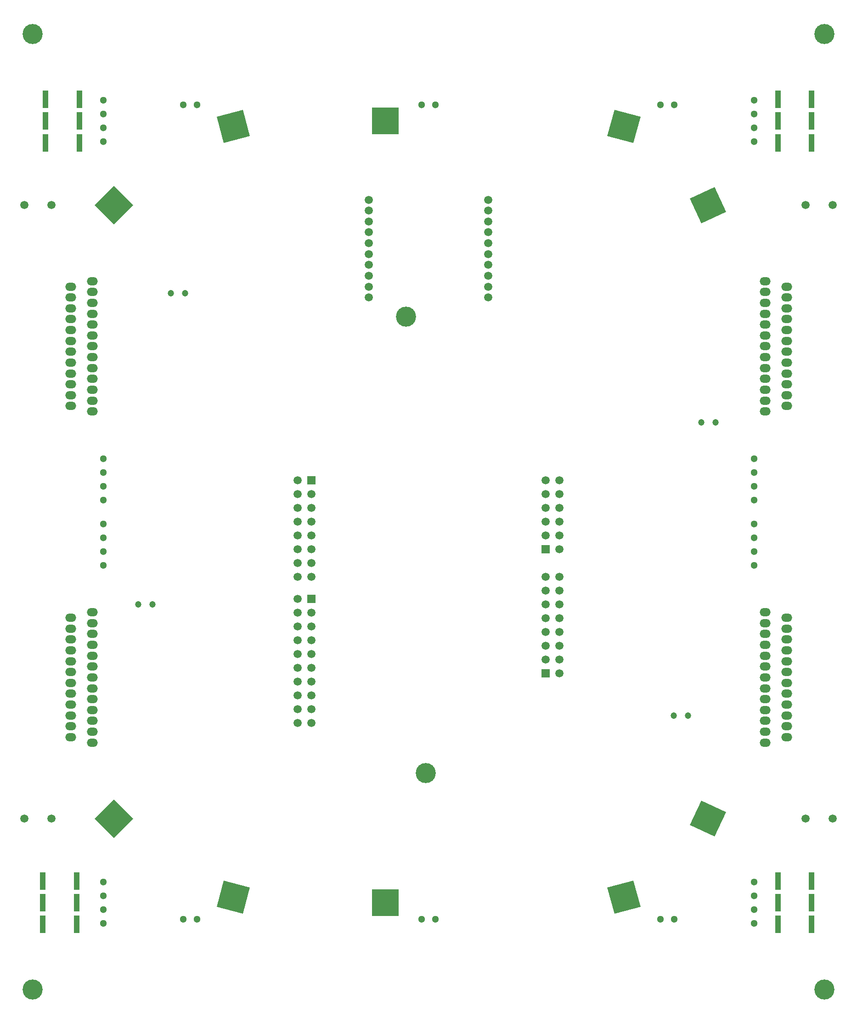
<source format=gbs>
G04 (created by PCBNEW (2013-07-07 BZR 4022)-stable) date 8/26/2014 20:30:28*
%MOIN*%
G04 Gerber Fmt 3.4, Leading zero omitted, Abs format*
%FSLAX34Y34*%
G01*
G70*
G90*
G04 APERTURE LIST*
%ADD10C,0.00590551*%
%ADD11R,0.0393701X0.125984*%
%ADD12C,0.0590551*%
%ADD13O,0.0787402X0.0590551*%
%ADD14R,0.19685X0.19685*%
%ADD15R,0.0590551X0.0590551*%
%ADD16C,0.0472441*%
%ADD17C,0.0511811*%
%ADD18C,0.145669*%
G04 APERTURE END LIST*
G54D10*
G54D11*
X109685Y-85826D03*
X107244Y-85826D03*
X109685Y-88976D03*
X107244Y-88976D03*
X109685Y-87401D03*
X107244Y-87401D03*
X53897Y-88976D03*
X56338Y-88976D03*
X109685Y-32283D03*
X107244Y-32283D03*
X109685Y-29133D03*
X107244Y-29133D03*
X53897Y-87401D03*
X56338Y-87401D03*
X53897Y-85826D03*
X56338Y-85826D03*
X54094Y-29133D03*
X56535Y-29133D03*
X54094Y-30708D03*
X56535Y-30708D03*
X54094Y-32283D03*
X56535Y-32283D03*
X109685Y-30708D03*
X107244Y-30708D03*
G54D12*
X77559Y-36417D03*
X77559Y-37204D03*
X77559Y-37992D03*
X77559Y-38779D03*
X77559Y-39566D03*
X77559Y-40354D03*
X77559Y-41141D03*
X77559Y-41929D03*
X77559Y-42716D03*
X77559Y-43503D03*
X86220Y-43503D03*
X86220Y-42716D03*
X86220Y-41929D03*
X86220Y-41141D03*
X86220Y-40354D03*
X86220Y-39566D03*
X86220Y-38779D03*
X86220Y-37992D03*
X86220Y-37204D03*
X86220Y-36417D03*
G54D13*
X55905Y-51377D03*
X57480Y-51771D03*
X57480Y-50984D03*
X55905Y-50590D03*
X57480Y-49409D03*
X55905Y-49803D03*
X55905Y-49015D03*
X57480Y-50196D03*
X57480Y-48622D03*
X55905Y-48228D03*
X57480Y-47834D03*
X55905Y-47440D03*
X57480Y-47047D03*
X55905Y-46653D03*
X57480Y-46259D03*
X55905Y-45866D03*
X57480Y-45472D03*
X55905Y-45078D03*
X57480Y-44685D03*
X55905Y-44291D03*
X57480Y-43897D03*
X55905Y-43503D03*
X57480Y-43110D03*
X55905Y-42716D03*
X57480Y-42322D03*
X55905Y-75393D03*
X57480Y-75787D03*
X57480Y-75000D03*
X55905Y-74606D03*
X57480Y-73425D03*
X55905Y-73818D03*
X55905Y-73031D03*
X57480Y-74212D03*
X57480Y-72637D03*
X55905Y-72244D03*
X57480Y-71850D03*
X55905Y-71456D03*
X57480Y-71062D03*
X55905Y-70669D03*
X57480Y-70275D03*
X55905Y-69881D03*
X57480Y-69488D03*
X55905Y-69094D03*
X57480Y-68700D03*
X55905Y-68307D03*
X57480Y-67913D03*
X55905Y-67519D03*
X57480Y-67125D03*
X55905Y-66732D03*
X57480Y-66338D03*
X107874Y-42716D03*
X106299Y-42322D03*
X106299Y-43110D03*
X107874Y-43503D03*
X106299Y-44685D03*
X107874Y-44291D03*
X107874Y-45078D03*
X106299Y-43897D03*
X106299Y-45472D03*
X107874Y-45866D03*
X106299Y-46259D03*
X107874Y-46653D03*
X106299Y-47047D03*
X107874Y-47440D03*
X106299Y-47834D03*
X107874Y-48228D03*
X106299Y-48622D03*
X107874Y-49015D03*
X106299Y-49409D03*
X107874Y-49803D03*
X106299Y-50196D03*
X107874Y-50590D03*
X106299Y-50984D03*
X107874Y-51377D03*
X106299Y-51771D03*
X107874Y-66732D03*
X106299Y-66338D03*
X106299Y-67125D03*
X107874Y-67519D03*
X106299Y-68700D03*
X107874Y-68307D03*
X107874Y-69094D03*
X106299Y-67913D03*
X106299Y-69488D03*
X107874Y-69881D03*
X106299Y-70275D03*
X107874Y-70669D03*
X106299Y-71062D03*
X107874Y-71456D03*
X106299Y-71850D03*
X107874Y-72244D03*
X106299Y-72637D03*
X107874Y-73031D03*
X106299Y-73425D03*
X107874Y-73818D03*
X106299Y-74212D03*
X107874Y-74606D03*
X106299Y-75000D03*
X107874Y-75393D03*
X106299Y-75787D03*
G54D10*
G36*
X60447Y-81299D02*
X59055Y-82691D01*
X57663Y-81299D01*
X59055Y-79907D01*
X60447Y-81299D01*
X60447Y-81299D01*
G37*
G36*
X100857Y-36334D02*
X102641Y-35503D01*
X103473Y-37287D01*
X101689Y-38119D01*
X100857Y-36334D01*
X100857Y-36334D01*
G37*
G36*
X102641Y-82607D02*
X100857Y-81775D01*
X101689Y-79991D01*
X103473Y-80823D01*
X102641Y-82607D01*
X102641Y-82607D01*
G37*
G36*
X94857Y-31798D02*
X95367Y-29896D01*
X97268Y-30406D01*
X96758Y-32307D01*
X94857Y-31798D01*
X94857Y-31798D01*
G37*
G36*
X59055Y-38202D02*
X57663Y-36811D01*
X59055Y-35419D01*
X60447Y-36811D01*
X59055Y-38202D01*
X59055Y-38202D01*
G37*
G54D14*
X78740Y-87401D03*
G54D10*
G36*
X67020Y-32307D02*
X66511Y-30406D01*
X68412Y-29896D01*
X68921Y-31798D01*
X67020Y-32307D01*
X67020Y-32307D01*
G37*
G36*
X95367Y-88213D02*
X94857Y-86311D01*
X96758Y-85802D01*
X97268Y-87703D01*
X95367Y-88213D01*
X95367Y-88213D01*
G37*
G54D14*
X78740Y-30708D03*
G54D10*
G36*
X66511Y-87703D02*
X67020Y-85802D01*
X68921Y-86311D01*
X68412Y-88213D01*
X66511Y-87703D01*
X66511Y-87703D01*
G37*
G54D15*
X90389Y-70748D03*
G54D12*
X90389Y-69748D03*
X90389Y-68748D03*
X90389Y-67748D03*
X90389Y-66748D03*
X90389Y-65748D03*
X90389Y-64748D03*
X90389Y-63748D03*
X91389Y-63748D03*
X91389Y-64748D03*
X91389Y-65748D03*
X91389Y-66748D03*
X91389Y-67748D03*
X91389Y-68748D03*
X91389Y-69748D03*
X91389Y-70748D03*
G54D15*
X90389Y-61748D03*
G54D12*
X90389Y-60748D03*
X90389Y-59748D03*
X90389Y-58748D03*
X90389Y-57748D03*
X90389Y-56748D03*
X91389Y-56748D03*
X91389Y-57748D03*
X91389Y-58748D03*
X91389Y-59748D03*
X91389Y-60748D03*
X91389Y-61748D03*
X72389Y-70348D03*
X73389Y-70348D03*
X73389Y-71348D03*
X72389Y-71348D03*
X72389Y-73348D03*
X73389Y-73348D03*
X73389Y-72348D03*
X72389Y-72348D03*
X73389Y-74348D03*
X72389Y-74348D03*
X72389Y-69348D03*
X73389Y-69348D03*
X72389Y-67348D03*
X73389Y-67348D03*
X73389Y-68348D03*
X72389Y-68348D03*
X72389Y-66348D03*
X73389Y-66348D03*
G54D15*
X73389Y-65348D03*
G54D12*
X73389Y-63748D03*
X73389Y-62748D03*
X73389Y-61748D03*
X73389Y-60748D03*
X73389Y-59748D03*
X73389Y-58748D03*
X73389Y-57748D03*
G54D15*
X73389Y-56748D03*
G54D12*
X72389Y-56748D03*
X72389Y-57748D03*
X72389Y-58748D03*
X72389Y-59748D03*
X72389Y-60748D03*
X72389Y-61748D03*
X72389Y-62748D03*
X72389Y-63748D03*
X72389Y-65348D03*
G54D16*
X60826Y-65748D03*
X61850Y-65748D03*
X63188Y-43188D03*
X64212Y-43188D03*
X102716Y-52559D03*
X101692Y-52559D03*
X100708Y-73818D03*
X99685Y-73818D03*
G54D17*
X105511Y-60917D03*
X105511Y-61917D03*
X105511Y-59917D03*
X105511Y-62917D03*
X58267Y-87901D03*
X58267Y-86901D03*
X58267Y-88901D03*
X58267Y-85901D03*
X105511Y-86901D03*
X105511Y-87901D03*
X105511Y-85901D03*
X105511Y-88901D03*
X105511Y-30208D03*
X105511Y-31208D03*
X105511Y-29208D03*
X105511Y-32208D03*
X105511Y-56192D03*
X105511Y-57192D03*
X105511Y-55192D03*
X105511Y-58192D03*
X58267Y-31208D03*
X58267Y-30208D03*
X58267Y-32208D03*
X58267Y-29208D03*
X58267Y-57192D03*
X58267Y-56192D03*
X58267Y-58192D03*
X58267Y-55192D03*
X58267Y-61917D03*
X58267Y-60917D03*
X58267Y-62917D03*
X58267Y-59917D03*
X82389Y-88582D03*
X81389Y-88582D03*
X64066Y-29527D03*
X65066Y-29527D03*
X99712Y-88582D03*
X98712Y-88582D03*
X81389Y-29527D03*
X82389Y-29527D03*
X65066Y-88582D03*
X64066Y-88582D03*
X98712Y-29527D03*
X99712Y-29527D03*
G54D12*
X111220Y-81299D03*
X109251Y-81299D03*
X52559Y-81299D03*
X54527Y-81299D03*
X52559Y-36811D03*
X54527Y-36811D03*
X111220Y-36811D03*
X109251Y-36811D03*
G54D18*
X53149Y-24409D03*
X110629Y-24409D03*
X53149Y-93700D03*
X110629Y-93700D03*
X80236Y-44881D03*
X81692Y-77992D03*
M02*

</source>
